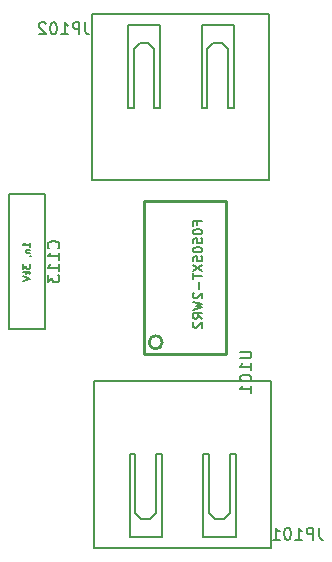
<source format=gbr>
G04 #@! TF.GenerationSoftware,KiCad,Pcbnew,5.1.5+dfsg1-2build2*
G04 #@! TF.CreationDate,2021-01-26T01:31:42+03:00*
G04 #@! TF.ProjectId,usb_ISO,7573625f-4953-44f2-9e6b-696361645f70,rev?*
G04 #@! TF.SameCoordinates,Original*
G04 #@! TF.FileFunction,Legend,Bot*
G04 #@! TF.FilePolarity,Positive*
%FSLAX46Y46*%
G04 Gerber Fmt 4.6, Leading zero omitted, Abs format (unit mm)*
G04 Created by KiCad (PCBNEW 5.1.5+dfsg1-2build2) date 2021-01-26 01:31:42*
%MOMM*%
%LPD*%
G04 APERTURE LIST*
%ADD10C,0.254000*%
%ADD11C,0.150000*%
%ADD12C,0.127000*%
%ADD13C,0.200000*%
%ADD14C,0.190000*%
%ADD15C,0.140000*%
G04 APERTURE END LIST*
D10*
X112915775Y-93190060D02*
G75*
G03X112915775Y-93190060I-558875J0D01*
G01*
X118353840Y-94193360D02*
X118353840Y-81193640D01*
X118353840Y-81193640D02*
X111356140Y-81193640D01*
X111356140Y-81193640D02*
X111356140Y-94193360D01*
X111356140Y-94193360D02*
X118353840Y-94193360D01*
D11*
X116400000Y-102646000D02*
X116400000Y-109646000D01*
X116400000Y-109646000D02*
X119150000Y-109646000D01*
X118650000Y-103146000D02*
X118650000Y-107646000D01*
X116900000Y-107646000D02*
X117400000Y-108146000D01*
X119150000Y-109646000D02*
X119150000Y-102646000D01*
X119150000Y-102646000D02*
X118650000Y-102646000D01*
X116900000Y-103146000D02*
X116900000Y-107646000D01*
X118650000Y-107646000D02*
X118150000Y-108146000D01*
X118150000Y-108146000D02*
X117400000Y-108146000D01*
X116900000Y-102646000D02*
X116400000Y-102646000D01*
X118650000Y-102646000D02*
X118650000Y-103146000D01*
X116900000Y-103146000D02*
X116900000Y-102646000D01*
X110650000Y-102646000D02*
X110150000Y-102646000D01*
X110650000Y-103146000D02*
X110650000Y-102646000D01*
X112400000Y-102646000D02*
X112400000Y-103146000D01*
X112900000Y-102646000D02*
X112400000Y-102646000D01*
X111900000Y-108146000D02*
X111150000Y-108146000D01*
X110650000Y-103146000D02*
X110650000Y-107646000D01*
X110650000Y-107646000D02*
X111150000Y-108146000D01*
X112400000Y-107646000D02*
X111900000Y-108146000D01*
X112400000Y-103146000D02*
X112400000Y-107646000D01*
X112900000Y-109646000D02*
X112900000Y-102646000D01*
X110150000Y-109646000D02*
X112900000Y-109646000D01*
X110150000Y-102646000D02*
X110150000Y-109646000D01*
D12*
X107157000Y-110600000D02*
X122143000Y-110600000D01*
X107157000Y-96503000D02*
X122143000Y-96503000D01*
X122143000Y-110600000D02*
X122143000Y-96503000D01*
X107157000Y-96503000D02*
X107157000Y-110600000D01*
X121983500Y-79485000D02*
X121983500Y-65388000D01*
X106997500Y-65388000D02*
X106997500Y-79485000D01*
X121983500Y-79485000D02*
X106997500Y-79485000D01*
X121983500Y-65388000D02*
X106997500Y-65388000D01*
D11*
X118990500Y-73342000D02*
X118990500Y-66342000D01*
X118990500Y-66342000D02*
X116240500Y-66342000D01*
X116240500Y-66342000D02*
X116240500Y-73342000D01*
X116740500Y-72842000D02*
X116740500Y-68342000D01*
X116740500Y-68342000D02*
X117240500Y-67842000D01*
X118490500Y-68342000D02*
X117990500Y-67842000D01*
X118490500Y-72842000D02*
X118490500Y-68342000D01*
X117240500Y-67842000D02*
X117990500Y-67842000D01*
X116240500Y-73342000D02*
X116740500Y-73342000D01*
X116740500Y-73342000D02*
X116740500Y-72842000D01*
X118490500Y-72842000D02*
X118490500Y-73342000D01*
X118490500Y-73342000D02*
X118990500Y-73342000D01*
X112240500Y-72842000D02*
X112240500Y-73342000D01*
X110490500Y-73342000D02*
X110490500Y-72842000D01*
X112240500Y-73342000D02*
X112740500Y-73342000D01*
X110990500Y-67842000D02*
X111740500Y-67842000D01*
X110490500Y-68342000D02*
X110990500Y-67842000D01*
X112240500Y-72842000D02*
X112240500Y-68342000D01*
X109990500Y-73342000D02*
X110490500Y-73342000D01*
X109990500Y-66342000D02*
X109990500Y-73342000D01*
X112240500Y-68342000D02*
X111740500Y-67842000D01*
X110490500Y-72842000D02*
X110490500Y-68342000D01*
X112740500Y-66342000D02*
X109990500Y-66342000D01*
X112740500Y-73342000D02*
X112740500Y-66342000D01*
D13*
X99949000Y-80645000D02*
X99949000Y-92075000D01*
X102997000Y-80645000D02*
X102997000Y-92075000D01*
X99949000Y-80645000D02*
X102997000Y-80645000D01*
X99949000Y-92075000D02*
X102997000Y-92075000D01*
D14*
X119467380Y-93980214D02*
X120276904Y-93980214D01*
X120372142Y-94027833D01*
X120419761Y-94075452D01*
X120467380Y-94170690D01*
X120467380Y-94361166D01*
X120419761Y-94456404D01*
X120372142Y-94504023D01*
X120276904Y-94551642D01*
X119467380Y-94551642D01*
X120467380Y-95551642D02*
X120467380Y-94980214D01*
X120467380Y-95265928D02*
X119467380Y-95265928D01*
X119610238Y-95170690D01*
X119705476Y-95075452D01*
X119753095Y-94980214D01*
X119467380Y-96170690D02*
X119467380Y-96265928D01*
X119515000Y-96361166D01*
X119562619Y-96408785D01*
X119657857Y-96456404D01*
X119848333Y-96504023D01*
X120086428Y-96504023D01*
X120276904Y-96456404D01*
X120372142Y-96408785D01*
X120419761Y-96361166D01*
X120467380Y-96265928D01*
X120467380Y-96170690D01*
X120419761Y-96075452D01*
X120372142Y-96027833D01*
X120276904Y-95980214D01*
X120086428Y-95932595D01*
X119848333Y-95932595D01*
X119657857Y-95980214D01*
X119562619Y-96027833D01*
X119515000Y-96075452D01*
X119467380Y-96170690D01*
X120467380Y-97456404D02*
X120467380Y-96884976D01*
X120467380Y-97170690D02*
X119467380Y-97170690D01*
X119610238Y-97075452D01*
X119705476Y-96980214D01*
X119753095Y-96884976D01*
D11*
X115893857Y-83229976D02*
X115893857Y-82963309D01*
X116312904Y-82963309D02*
X115512904Y-82963309D01*
X115512904Y-83344261D01*
X115512904Y-83801404D02*
X115512904Y-83877595D01*
X115551000Y-83953785D01*
X115589095Y-83991880D01*
X115665285Y-84029976D01*
X115817666Y-84068071D01*
X116008142Y-84068071D01*
X116160523Y-84029976D01*
X116236714Y-83991880D01*
X116274809Y-83953785D01*
X116312904Y-83877595D01*
X116312904Y-83801404D01*
X116274809Y-83725214D01*
X116236714Y-83687119D01*
X116160523Y-83649023D01*
X116008142Y-83610928D01*
X115817666Y-83610928D01*
X115665285Y-83649023D01*
X115589095Y-83687119D01*
X115551000Y-83725214D01*
X115512904Y-83801404D01*
X115512904Y-84791880D02*
X115512904Y-84410928D01*
X115893857Y-84372833D01*
X115855761Y-84410928D01*
X115817666Y-84487119D01*
X115817666Y-84677595D01*
X115855761Y-84753785D01*
X115893857Y-84791880D01*
X115970047Y-84829976D01*
X116160523Y-84829976D01*
X116236714Y-84791880D01*
X116274809Y-84753785D01*
X116312904Y-84677595D01*
X116312904Y-84487119D01*
X116274809Y-84410928D01*
X116236714Y-84372833D01*
X115512904Y-85325214D02*
X115512904Y-85401404D01*
X115551000Y-85477595D01*
X115589095Y-85515690D01*
X115665285Y-85553785D01*
X115817666Y-85591880D01*
X116008142Y-85591880D01*
X116160523Y-85553785D01*
X116236714Y-85515690D01*
X116274809Y-85477595D01*
X116312904Y-85401404D01*
X116312904Y-85325214D01*
X116274809Y-85249023D01*
X116236714Y-85210928D01*
X116160523Y-85172833D01*
X116008142Y-85134738D01*
X115817666Y-85134738D01*
X115665285Y-85172833D01*
X115589095Y-85210928D01*
X115551000Y-85249023D01*
X115512904Y-85325214D01*
X115512904Y-86315690D02*
X115512904Y-85934738D01*
X115893857Y-85896642D01*
X115855761Y-85934738D01*
X115817666Y-86010928D01*
X115817666Y-86201404D01*
X115855761Y-86277595D01*
X115893857Y-86315690D01*
X115970047Y-86353785D01*
X116160523Y-86353785D01*
X116236714Y-86315690D01*
X116274809Y-86277595D01*
X116312904Y-86201404D01*
X116312904Y-86010928D01*
X116274809Y-85934738D01*
X116236714Y-85896642D01*
X115512904Y-86620452D02*
X116312904Y-87153785D01*
X115512904Y-87153785D02*
X116312904Y-86620452D01*
X115512904Y-87344261D02*
X115512904Y-87801404D01*
X116312904Y-87572833D02*
X115512904Y-87572833D01*
X116008142Y-88068071D02*
X116008142Y-88677595D01*
X115589095Y-89020452D02*
X115551000Y-89058547D01*
X115512904Y-89134738D01*
X115512904Y-89325214D01*
X115551000Y-89401404D01*
X115589095Y-89439500D01*
X115665285Y-89477595D01*
X115741476Y-89477595D01*
X115855761Y-89439500D01*
X116312904Y-88982357D01*
X116312904Y-89477595D01*
X115512904Y-89744261D02*
X116312904Y-89934738D01*
X115741476Y-90087119D01*
X116312904Y-90239500D01*
X115512904Y-90429976D01*
X116312904Y-91191880D02*
X115931952Y-90925214D01*
X116312904Y-90734738D02*
X115512904Y-90734738D01*
X115512904Y-91039500D01*
X115551000Y-91115690D01*
X115589095Y-91153785D01*
X115665285Y-91191880D01*
X115779571Y-91191880D01*
X115855761Y-91153785D01*
X115893857Y-91115690D01*
X115931952Y-91039500D01*
X115931952Y-90734738D01*
X115589095Y-91496642D02*
X115551000Y-91534738D01*
X115512904Y-91610928D01*
X115512904Y-91801404D01*
X115551000Y-91877595D01*
X115589095Y-91915690D01*
X115665285Y-91953785D01*
X115741476Y-91953785D01*
X115855761Y-91915690D01*
X116312904Y-91458547D01*
X116312904Y-91953785D01*
D14*
X126185714Y-108909380D02*
X126185714Y-109623666D01*
X126233333Y-109766523D01*
X126328571Y-109861761D01*
X126471428Y-109909380D01*
X126566666Y-109909380D01*
X125709523Y-109909380D02*
X125709523Y-108909380D01*
X125328571Y-108909380D01*
X125233333Y-108957000D01*
X125185714Y-109004619D01*
X125138095Y-109099857D01*
X125138095Y-109242714D01*
X125185714Y-109337952D01*
X125233333Y-109385571D01*
X125328571Y-109433190D01*
X125709523Y-109433190D01*
X124185714Y-109909380D02*
X124757142Y-109909380D01*
X124471428Y-109909380D02*
X124471428Y-108909380D01*
X124566666Y-109052238D01*
X124661904Y-109147476D01*
X124757142Y-109195095D01*
X123566666Y-108909380D02*
X123471428Y-108909380D01*
X123376190Y-108957000D01*
X123328571Y-109004619D01*
X123280952Y-109099857D01*
X123233333Y-109290333D01*
X123233333Y-109528428D01*
X123280952Y-109718904D01*
X123328571Y-109814142D01*
X123376190Y-109861761D01*
X123471428Y-109909380D01*
X123566666Y-109909380D01*
X123661904Y-109861761D01*
X123709523Y-109814142D01*
X123757142Y-109718904D01*
X123804761Y-109528428D01*
X123804761Y-109290333D01*
X123757142Y-109099857D01*
X123709523Y-109004619D01*
X123661904Y-108957000D01*
X123566666Y-108909380D01*
X122280952Y-109909380D02*
X122852380Y-109909380D01*
X122566666Y-109909380D02*
X122566666Y-108909380D01*
X122661904Y-109052238D01*
X122757142Y-109147476D01*
X122852380Y-109195095D01*
X106370214Y-66110380D02*
X106370214Y-66824666D01*
X106417833Y-66967523D01*
X106513071Y-67062761D01*
X106655928Y-67110380D01*
X106751166Y-67110380D01*
X105894023Y-67110380D02*
X105894023Y-66110380D01*
X105513071Y-66110380D01*
X105417833Y-66158000D01*
X105370214Y-66205619D01*
X105322595Y-66300857D01*
X105322595Y-66443714D01*
X105370214Y-66538952D01*
X105417833Y-66586571D01*
X105513071Y-66634190D01*
X105894023Y-66634190D01*
X104370214Y-67110380D02*
X104941642Y-67110380D01*
X104655928Y-67110380D02*
X104655928Y-66110380D01*
X104751166Y-66253238D01*
X104846404Y-66348476D01*
X104941642Y-66396095D01*
X103751166Y-66110380D02*
X103655928Y-66110380D01*
X103560690Y-66158000D01*
X103513071Y-66205619D01*
X103465452Y-66300857D01*
X103417833Y-66491333D01*
X103417833Y-66729428D01*
X103465452Y-66919904D01*
X103513071Y-67015142D01*
X103560690Y-67062761D01*
X103655928Y-67110380D01*
X103751166Y-67110380D01*
X103846404Y-67062761D01*
X103894023Y-67015142D01*
X103941642Y-66919904D01*
X103989261Y-66729428D01*
X103989261Y-66491333D01*
X103941642Y-66300857D01*
X103894023Y-66205619D01*
X103846404Y-66158000D01*
X103751166Y-66110380D01*
X103036880Y-66205619D02*
X102989261Y-66158000D01*
X102894023Y-66110380D01*
X102655928Y-66110380D01*
X102560690Y-66158000D01*
X102513071Y-66205619D01*
X102465452Y-66300857D01*
X102465452Y-66396095D01*
X102513071Y-66538952D01*
X103084500Y-67110380D01*
X102465452Y-67110380D01*
X104116142Y-85249552D02*
X104163761Y-85201933D01*
X104211380Y-85059076D01*
X104211380Y-84963838D01*
X104163761Y-84820980D01*
X104068523Y-84725742D01*
X103973285Y-84678123D01*
X103782809Y-84630504D01*
X103639952Y-84630504D01*
X103449476Y-84678123D01*
X103354238Y-84725742D01*
X103259000Y-84820980D01*
X103211380Y-84963838D01*
X103211380Y-85059076D01*
X103259000Y-85201933D01*
X103306619Y-85249552D01*
X104211380Y-86201933D02*
X104211380Y-85630504D01*
X104211380Y-85916219D02*
X103211380Y-85916219D01*
X103354238Y-85820980D01*
X103449476Y-85725742D01*
X103497095Y-85630504D01*
X104211380Y-87154314D02*
X104211380Y-86582885D01*
X104211380Y-86868600D02*
X103211380Y-86868600D01*
X103354238Y-86773361D01*
X103449476Y-86678123D01*
X103497095Y-86582885D01*
X103211380Y-87487647D02*
X103211380Y-88106695D01*
X103592333Y-87773361D01*
X103592333Y-87916219D01*
X103639952Y-88011457D01*
X103687571Y-88059076D01*
X103782809Y-88106695D01*
X104020904Y-88106695D01*
X104116142Y-88059076D01*
X104163761Y-88011457D01*
X104211380Y-87916219D01*
X104211380Y-87630504D01*
X104163761Y-87535266D01*
X104116142Y-87487647D01*
D15*
X101744428Y-85102857D02*
X101744428Y-84760000D01*
X101744428Y-84931428D02*
X101144428Y-84931428D01*
X101230142Y-84874285D01*
X101287285Y-84817142D01*
X101315857Y-84760000D01*
X101344428Y-85360000D02*
X101744428Y-85360000D01*
X101401571Y-85360000D02*
X101373000Y-85388571D01*
X101344428Y-85445714D01*
X101344428Y-85531428D01*
X101373000Y-85588571D01*
X101430142Y-85617142D01*
X101744428Y-85617142D01*
X101715857Y-85931428D02*
X101744428Y-85931428D01*
X101801571Y-85902857D01*
X101830142Y-85874285D01*
X101144428Y-86588571D02*
X101144428Y-86960000D01*
X101373000Y-86760000D01*
X101373000Y-86845714D01*
X101401571Y-86902857D01*
X101430142Y-86931428D01*
X101487285Y-86960000D01*
X101630142Y-86960000D01*
X101687285Y-86931428D01*
X101715857Y-86902857D01*
X101744428Y-86845714D01*
X101744428Y-86674285D01*
X101715857Y-86617142D01*
X101687285Y-86588571D01*
X101744428Y-87217142D02*
X101144428Y-87217142D01*
X101515857Y-87274285D02*
X101744428Y-87445714D01*
X101344428Y-87445714D02*
X101573000Y-87217142D01*
X101144428Y-87617142D02*
X101744428Y-87817142D01*
X101144428Y-88017142D01*
M02*

</source>
